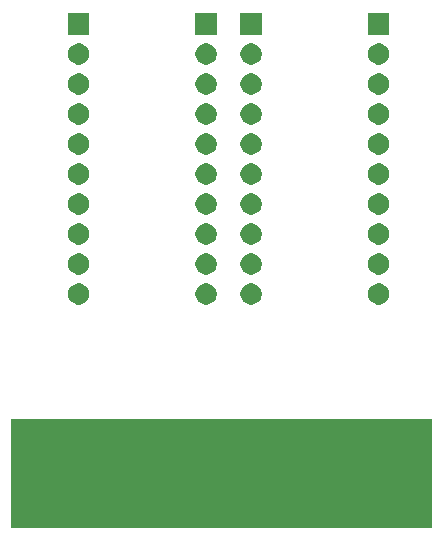
<source format=gbr>
G04 #@! TF.GenerationSoftware,KiCad,Pcbnew,(5.1.5)-3*
G04 #@! TF.CreationDate,2020-01-25T19:38:27+03:00*
G04 #@! TF.ProjectId,Sharp PC-1600 MemCard,53686172-7020-4504-932d-31363030204d,rev?*
G04 #@! TF.SameCoordinates,Original*
G04 #@! TF.FileFunction,Soldermask,Bot*
G04 #@! TF.FilePolarity,Negative*
%FSLAX46Y46*%
G04 Gerber Fmt 4.6, Leading zero omitted, Abs format (unit mm)*
G04 Created by KiCad (PCBNEW (5.1.5)-3) date 2020-01-25 19:38:27*
%MOMM*%
%LPD*%
G04 APERTURE LIST*
%ADD10C,0.100000*%
G04 APERTURE END LIST*
D10*
G36*
X165100000Y-109220000D02*
G01*
X129540000Y-109220000D01*
X129540000Y-100076000D01*
X165100000Y-100076000D01*
X165100000Y-109220000D01*
G37*
X165100000Y-109220000D02*
X129540000Y-109220000D01*
X129540000Y-100076000D01*
X165100000Y-100076000D01*
X165100000Y-109220000D01*
G36*
X160768512Y-88638927D02*
G01*
X160917812Y-88668624D01*
X161081784Y-88736544D01*
X161229354Y-88835147D01*
X161354853Y-88960646D01*
X161453456Y-89108216D01*
X161521376Y-89272188D01*
X161556000Y-89446259D01*
X161556000Y-89623741D01*
X161521376Y-89797812D01*
X161453456Y-89961784D01*
X161354853Y-90109354D01*
X161229354Y-90234853D01*
X161081784Y-90333456D01*
X160917812Y-90401376D01*
X160768512Y-90431073D01*
X160743742Y-90436000D01*
X160566258Y-90436000D01*
X160541488Y-90431073D01*
X160392188Y-90401376D01*
X160228216Y-90333456D01*
X160080646Y-90234853D01*
X159955147Y-90109354D01*
X159856544Y-89961784D01*
X159788624Y-89797812D01*
X159754000Y-89623741D01*
X159754000Y-89446259D01*
X159788624Y-89272188D01*
X159856544Y-89108216D01*
X159955147Y-88960646D01*
X160080646Y-88835147D01*
X160228216Y-88736544D01*
X160392188Y-88668624D01*
X160541488Y-88638927D01*
X160566258Y-88634000D01*
X160743742Y-88634000D01*
X160768512Y-88638927D01*
G37*
G36*
X135368512Y-88638927D02*
G01*
X135517812Y-88668624D01*
X135681784Y-88736544D01*
X135829354Y-88835147D01*
X135954853Y-88960646D01*
X136053456Y-89108216D01*
X136121376Y-89272188D01*
X136156000Y-89446259D01*
X136156000Y-89623741D01*
X136121376Y-89797812D01*
X136053456Y-89961784D01*
X135954853Y-90109354D01*
X135829354Y-90234853D01*
X135681784Y-90333456D01*
X135517812Y-90401376D01*
X135368512Y-90431073D01*
X135343742Y-90436000D01*
X135166258Y-90436000D01*
X135141488Y-90431073D01*
X134992188Y-90401376D01*
X134828216Y-90333456D01*
X134680646Y-90234853D01*
X134555147Y-90109354D01*
X134456544Y-89961784D01*
X134388624Y-89797812D01*
X134354000Y-89623741D01*
X134354000Y-89446259D01*
X134388624Y-89272188D01*
X134456544Y-89108216D01*
X134555147Y-88960646D01*
X134680646Y-88835147D01*
X134828216Y-88736544D01*
X134992188Y-88668624D01*
X135141488Y-88638927D01*
X135166258Y-88634000D01*
X135343742Y-88634000D01*
X135368512Y-88638927D01*
G37*
G36*
X146163512Y-88638927D02*
G01*
X146312812Y-88668624D01*
X146476784Y-88736544D01*
X146624354Y-88835147D01*
X146749853Y-88960646D01*
X146848456Y-89108216D01*
X146916376Y-89272188D01*
X146951000Y-89446259D01*
X146951000Y-89623741D01*
X146916376Y-89797812D01*
X146848456Y-89961784D01*
X146749853Y-90109354D01*
X146624354Y-90234853D01*
X146476784Y-90333456D01*
X146312812Y-90401376D01*
X146163512Y-90431073D01*
X146138742Y-90436000D01*
X145961258Y-90436000D01*
X145936488Y-90431073D01*
X145787188Y-90401376D01*
X145623216Y-90333456D01*
X145475646Y-90234853D01*
X145350147Y-90109354D01*
X145251544Y-89961784D01*
X145183624Y-89797812D01*
X145149000Y-89623741D01*
X145149000Y-89446259D01*
X145183624Y-89272188D01*
X145251544Y-89108216D01*
X145350147Y-88960646D01*
X145475646Y-88835147D01*
X145623216Y-88736544D01*
X145787188Y-88668624D01*
X145936488Y-88638927D01*
X145961258Y-88634000D01*
X146138742Y-88634000D01*
X146163512Y-88638927D01*
G37*
G36*
X149973512Y-88638927D02*
G01*
X150122812Y-88668624D01*
X150286784Y-88736544D01*
X150434354Y-88835147D01*
X150559853Y-88960646D01*
X150658456Y-89108216D01*
X150726376Y-89272188D01*
X150761000Y-89446259D01*
X150761000Y-89623741D01*
X150726376Y-89797812D01*
X150658456Y-89961784D01*
X150559853Y-90109354D01*
X150434354Y-90234853D01*
X150286784Y-90333456D01*
X150122812Y-90401376D01*
X149973512Y-90431073D01*
X149948742Y-90436000D01*
X149771258Y-90436000D01*
X149746488Y-90431073D01*
X149597188Y-90401376D01*
X149433216Y-90333456D01*
X149285646Y-90234853D01*
X149160147Y-90109354D01*
X149061544Y-89961784D01*
X148993624Y-89797812D01*
X148959000Y-89623741D01*
X148959000Y-89446259D01*
X148993624Y-89272188D01*
X149061544Y-89108216D01*
X149160147Y-88960646D01*
X149285646Y-88835147D01*
X149433216Y-88736544D01*
X149597188Y-88668624D01*
X149746488Y-88638927D01*
X149771258Y-88634000D01*
X149948742Y-88634000D01*
X149973512Y-88638927D01*
G37*
G36*
X146163512Y-86098927D02*
G01*
X146312812Y-86128624D01*
X146476784Y-86196544D01*
X146624354Y-86295147D01*
X146749853Y-86420646D01*
X146848456Y-86568216D01*
X146916376Y-86732188D01*
X146951000Y-86906259D01*
X146951000Y-87083741D01*
X146916376Y-87257812D01*
X146848456Y-87421784D01*
X146749853Y-87569354D01*
X146624354Y-87694853D01*
X146476784Y-87793456D01*
X146312812Y-87861376D01*
X146163512Y-87891073D01*
X146138742Y-87896000D01*
X145961258Y-87896000D01*
X145936488Y-87891073D01*
X145787188Y-87861376D01*
X145623216Y-87793456D01*
X145475646Y-87694853D01*
X145350147Y-87569354D01*
X145251544Y-87421784D01*
X145183624Y-87257812D01*
X145149000Y-87083741D01*
X145149000Y-86906259D01*
X145183624Y-86732188D01*
X145251544Y-86568216D01*
X145350147Y-86420646D01*
X145475646Y-86295147D01*
X145623216Y-86196544D01*
X145787188Y-86128624D01*
X145936488Y-86098927D01*
X145961258Y-86094000D01*
X146138742Y-86094000D01*
X146163512Y-86098927D01*
G37*
G36*
X160768512Y-86098927D02*
G01*
X160917812Y-86128624D01*
X161081784Y-86196544D01*
X161229354Y-86295147D01*
X161354853Y-86420646D01*
X161453456Y-86568216D01*
X161521376Y-86732188D01*
X161556000Y-86906259D01*
X161556000Y-87083741D01*
X161521376Y-87257812D01*
X161453456Y-87421784D01*
X161354853Y-87569354D01*
X161229354Y-87694853D01*
X161081784Y-87793456D01*
X160917812Y-87861376D01*
X160768512Y-87891073D01*
X160743742Y-87896000D01*
X160566258Y-87896000D01*
X160541488Y-87891073D01*
X160392188Y-87861376D01*
X160228216Y-87793456D01*
X160080646Y-87694853D01*
X159955147Y-87569354D01*
X159856544Y-87421784D01*
X159788624Y-87257812D01*
X159754000Y-87083741D01*
X159754000Y-86906259D01*
X159788624Y-86732188D01*
X159856544Y-86568216D01*
X159955147Y-86420646D01*
X160080646Y-86295147D01*
X160228216Y-86196544D01*
X160392188Y-86128624D01*
X160541488Y-86098927D01*
X160566258Y-86094000D01*
X160743742Y-86094000D01*
X160768512Y-86098927D01*
G37*
G36*
X135368512Y-86098927D02*
G01*
X135517812Y-86128624D01*
X135681784Y-86196544D01*
X135829354Y-86295147D01*
X135954853Y-86420646D01*
X136053456Y-86568216D01*
X136121376Y-86732188D01*
X136156000Y-86906259D01*
X136156000Y-87083741D01*
X136121376Y-87257812D01*
X136053456Y-87421784D01*
X135954853Y-87569354D01*
X135829354Y-87694853D01*
X135681784Y-87793456D01*
X135517812Y-87861376D01*
X135368512Y-87891073D01*
X135343742Y-87896000D01*
X135166258Y-87896000D01*
X135141488Y-87891073D01*
X134992188Y-87861376D01*
X134828216Y-87793456D01*
X134680646Y-87694853D01*
X134555147Y-87569354D01*
X134456544Y-87421784D01*
X134388624Y-87257812D01*
X134354000Y-87083741D01*
X134354000Y-86906259D01*
X134388624Y-86732188D01*
X134456544Y-86568216D01*
X134555147Y-86420646D01*
X134680646Y-86295147D01*
X134828216Y-86196544D01*
X134992188Y-86128624D01*
X135141488Y-86098927D01*
X135166258Y-86094000D01*
X135343742Y-86094000D01*
X135368512Y-86098927D01*
G37*
G36*
X149973512Y-86098927D02*
G01*
X150122812Y-86128624D01*
X150286784Y-86196544D01*
X150434354Y-86295147D01*
X150559853Y-86420646D01*
X150658456Y-86568216D01*
X150726376Y-86732188D01*
X150761000Y-86906259D01*
X150761000Y-87083741D01*
X150726376Y-87257812D01*
X150658456Y-87421784D01*
X150559853Y-87569354D01*
X150434354Y-87694853D01*
X150286784Y-87793456D01*
X150122812Y-87861376D01*
X149973512Y-87891073D01*
X149948742Y-87896000D01*
X149771258Y-87896000D01*
X149746488Y-87891073D01*
X149597188Y-87861376D01*
X149433216Y-87793456D01*
X149285646Y-87694853D01*
X149160147Y-87569354D01*
X149061544Y-87421784D01*
X148993624Y-87257812D01*
X148959000Y-87083741D01*
X148959000Y-86906259D01*
X148993624Y-86732188D01*
X149061544Y-86568216D01*
X149160147Y-86420646D01*
X149285646Y-86295147D01*
X149433216Y-86196544D01*
X149597188Y-86128624D01*
X149746488Y-86098927D01*
X149771258Y-86094000D01*
X149948742Y-86094000D01*
X149973512Y-86098927D01*
G37*
G36*
X146163512Y-83558927D02*
G01*
X146312812Y-83588624D01*
X146476784Y-83656544D01*
X146624354Y-83755147D01*
X146749853Y-83880646D01*
X146848456Y-84028216D01*
X146916376Y-84192188D01*
X146951000Y-84366259D01*
X146951000Y-84543741D01*
X146916376Y-84717812D01*
X146848456Y-84881784D01*
X146749853Y-85029354D01*
X146624354Y-85154853D01*
X146476784Y-85253456D01*
X146312812Y-85321376D01*
X146163512Y-85351073D01*
X146138742Y-85356000D01*
X145961258Y-85356000D01*
X145936488Y-85351073D01*
X145787188Y-85321376D01*
X145623216Y-85253456D01*
X145475646Y-85154853D01*
X145350147Y-85029354D01*
X145251544Y-84881784D01*
X145183624Y-84717812D01*
X145149000Y-84543741D01*
X145149000Y-84366259D01*
X145183624Y-84192188D01*
X145251544Y-84028216D01*
X145350147Y-83880646D01*
X145475646Y-83755147D01*
X145623216Y-83656544D01*
X145787188Y-83588624D01*
X145936488Y-83558927D01*
X145961258Y-83554000D01*
X146138742Y-83554000D01*
X146163512Y-83558927D01*
G37*
G36*
X135368512Y-83558927D02*
G01*
X135517812Y-83588624D01*
X135681784Y-83656544D01*
X135829354Y-83755147D01*
X135954853Y-83880646D01*
X136053456Y-84028216D01*
X136121376Y-84192188D01*
X136156000Y-84366259D01*
X136156000Y-84543741D01*
X136121376Y-84717812D01*
X136053456Y-84881784D01*
X135954853Y-85029354D01*
X135829354Y-85154853D01*
X135681784Y-85253456D01*
X135517812Y-85321376D01*
X135368512Y-85351073D01*
X135343742Y-85356000D01*
X135166258Y-85356000D01*
X135141488Y-85351073D01*
X134992188Y-85321376D01*
X134828216Y-85253456D01*
X134680646Y-85154853D01*
X134555147Y-85029354D01*
X134456544Y-84881784D01*
X134388624Y-84717812D01*
X134354000Y-84543741D01*
X134354000Y-84366259D01*
X134388624Y-84192188D01*
X134456544Y-84028216D01*
X134555147Y-83880646D01*
X134680646Y-83755147D01*
X134828216Y-83656544D01*
X134992188Y-83588624D01*
X135141488Y-83558927D01*
X135166258Y-83554000D01*
X135343742Y-83554000D01*
X135368512Y-83558927D01*
G37*
G36*
X160768512Y-83558927D02*
G01*
X160917812Y-83588624D01*
X161081784Y-83656544D01*
X161229354Y-83755147D01*
X161354853Y-83880646D01*
X161453456Y-84028216D01*
X161521376Y-84192188D01*
X161556000Y-84366259D01*
X161556000Y-84543741D01*
X161521376Y-84717812D01*
X161453456Y-84881784D01*
X161354853Y-85029354D01*
X161229354Y-85154853D01*
X161081784Y-85253456D01*
X160917812Y-85321376D01*
X160768512Y-85351073D01*
X160743742Y-85356000D01*
X160566258Y-85356000D01*
X160541488Y-85351073D01*
X160392188Y-85321376D01*
X160228216Y-85253456D01*
X160080646Y-85154853D01*
X159955147Y-85029354D01*
X159856544Y-84881784D01*
X159788624Y-84717812D01*
X159754000Y-84543741D01*
X159754000Y-84366259D01*
X159788624Y-84192188D01*
X159856544Y-84028216D01*
X159955147Y-83880646D01*
X160080646Y-83755147D01*
X160228216Y-83656544D01*
X160392188Y-83588624D01*
X160541488Y-83558927D01*
X160566258Y-83554000D01*
X160743742Y-83554000D01*
X160768512Y-83558927D01*
G37*
G36*
X149973512Y-83558927D02*
G01*
X150122812Y-83588624D01*
X150286784Y-83656544D01*
X150434354Y-83755147D01*
X150559853Y-83880646D01*
X150658456Y-84028216D01*
X150726376Y-84192188D01*
X150761000Y-84366259D01*
X150761000Y-84543741D01*
X150726376Y-84717812D01*
X150658456Y-84881784D01*
X150559853Y-85029354D01*
X150434354Y-85154853D01*
X150286784Y-85253456D01*
X150122812Y-85321376D01*
X149973512Y-85351073D01*
X149948742Y-85356000D01*
X149771258Y-85356000D01*
X149746488Y-85351073D01*
X149597188Y-85321376D01*
X149433216Y-85253456D01*
X149285646Y-85154853D01*
X149160147Y-85029354D01*
X149061544Y-84881784D01*
X148993624Y-84717812D01*
X148959000Y-84543741D01*
X148959000Y-84366259D01*
X148993624Y-84192188D01*
X149061544Y-84028216D01*
X149160147Y-83880646D01*
X149285646Y-83755147D01*
X149433216Y-83656544D01*
X149597188Y-83588624D01*
X149746488Y-83558927D01*
X149771258Y-83554000D01*
X149948742Y-83554000D01*
X149973512Y-83558927D01*
G37*
G36*
X135368512Y-81018927D02*
G01*
X135517812Y-81048624D01*
X135681784Y-81116544D01*
X135829354Y-81215147D01*
X135954853Y-81340646D01*
X136053456Y-81488216D01*
X136121376Y-81652188D01*
X136156000Y-81826259D01*
X136156000Y-82003741D01*
X136121376Y-82177812D01*
X136053456Y-82341784D01*
X135954853Y-82489354D01*
X135829354Y-82614853D01*
X135681784Y-82713456D01*
X135517812Y-82781376D01*
X135368512Y-82811073D01*
X135343742Y-82816000D01*
X135166258Y-82816000D01*
X135141488Y-82811073D01*
X134992188Y-82781376D01*
X134828216Y-82713456D01*
X134680646Y-82614853D01*
X134555147Y-82489354D01*
X134456544Y-82341784D01*
X134388624Y-82177812D01*
X134354000Y-82003741D01*
X134354000Y-81826259D01*
X134388624Y-81652188D01*
X134456544Y-81488216D01*
X134555147Y-81340646D01*
X134680646Y-81215147D01*
X134828216Y-81116544D01*
X134992188Y-81048624D01*
X135141488Y-81018927D01*
X135166258Y-81014000D01*
X135343742Y-81014000D01*
X135368512Y-81018927D01*
G37*
G36*
X160768512Y-81018927D02*
G01*
X160917812Y-81048624D01*
X161081784Y-81116544D01*
X161229354Y-81215147D01*
X161354853Y-81340646D01*
X161453456Y-81488216D01*
X161521376Y-81652188D01*
X161556000Y-81826259D01*
X161556000Y-82003741D01*
X161521376Y-82177812D01*
X161453456Y-82341784D01*
X161354853Y-82489354D01*
X161229354Y-82614853D01*
X161081784Y-82713456D01*
X160917812Y-82781376D01*
X160768512Y-82811073D01*
X160743742Y-82816000D01*
X160566258Y-82816000D01*
X160541488Y-82811073D01*
X160392188Y-82781376D01*
X160228216Y-82713456D01*
X160080646Y-82614853D01*
X159955147Y-82489354D01*
X159856544Y-82341784D01*
X159788624Y-82177812D01*
X159754000Y-82003741D01*
X159754000Y-81826259D01*
X159788624Y-81652188D01*
X159856544Y-81488216D01*
X159955147Y-81340646D01*
X160080646Y-81215147D01*
X160228216Y-81116544D01*
X160392188Y-81048624D01*
X160541488Y-81018927D01*
X160566258Y-81014000D01*
X160743742Y-81014000D01*
X160768512Y-81018927D01*
G37*
G36*
X149973512Y-81018927D02*
G01*
X150122812Y-81048624D01*
X150286784Y-81116544D01*
X150434354Y-81215147D01*
X150559853Y-81340646D01*
X150658456Y-81488216D01*
X150726376Y-81652188D01*
X150761000Y-81826259D01*
X150761000Y-82003741D01*
X150726376Y-82177812D01*
X150658456Y-82341784D01*
X150559853Y-82489354D01*
X150434354Y-82614853D01*
X150286784Y-82713456D01*
X150122812Y-82781376D01*
X149973512Y-82811073D01*
X149948742Y-82816000D01*
X149771258Y-82816000D01*
X149746488Y-82811073D01*
X149597188Y-82781376D01*
X149433216Y-82713456D01*
X149285646Y-82614853D01*
X149160147Y-82489354D01*
X149061544Y-82341784D01*
X148993624Y-82177812D01*
X148959000Y-82003741D01*
X148959000Y-81826259D01*
X148993624Y-81652188D01*
X149061544Y-81488216D01*
X149160147Y-81340646D01*
X149285646Y-81215147D01*
X149433216Y-81116544D01*
X149597188Y-81048624D01*
X149746488Y-81018927D01*
X149771258Y-81014000D01*
X149948742Y-81014000D01*
X149973512Y-81018927D01*
G37*
G36*
X146163512Y-81018927D02*
G01*
X146312812Y-81048624D01*
X146476784Y-81116544D01*
X146624354Y-81215147D01*
X146749853Y-81340646D01*
X146848456Y-81488216D01*
X146916376Y-81652188D01*
X146951000Y-81826259D01*
X146951000Y-82003741D01*
X146916376Y-82177812D01*
X146848456Y-82341784D01*
X146749853Y-82489354D01*
X146624354Y-82614853D01*
X146476784Y-82713456D01*
X146312812Y-82781376D01*
X146163512Y-82811073D01*
X146138742Y-82816000D01*
X145961258Y-82816000D01*
X145936488Y-82811073D01*
X145787188Y-82781376D01*
X145623216Y-82713456D01*
X145475646Y-82614853D01*
X145350147Y-82489354D01*
X145251544Y-82341784D01*
X145183624Y-82177812D01*
X145149000Y-82003741D01*
X145149000Y-81826259D01*
X145183624Y-81652188D01*
X145251544Y-81488216D01*
X145350147Y-81340646D01*
X145475646Y-81215147D01*
X145623216Y-81116544D01*
X145787188Y-81048624D01*
X145936488Y-81018927D01*
X145961258Y-81014000D01*
X146138742Y-81014000D01*
X146163512Y-81018927D01*
G37*
G36*
X146163512Y-78478927D02*
G01*
X146312812Y-78508624D01*
X146476784Y-78576544D01*
X146624354Y-78675147D01*
X146749853Y-78800646D01*
X146848456Y-78948216D01*
X146916376Y-79112188D01*
X146951000Y-79286259D01*
X146951000Y-79463741D01*
X146916376Y-79637812D01*
X146848456Y-79801784D01*
X146749853Y-79949354D01*
X146624354Y-80074853D01*
X146476784Y-80173456D01*
X146312812Y-80241376D01*
X146163512Y-80271073D01*
X146138742Y-80276000D01*
X145961258Y-80276000D01*
X145936488Y-80271073D01*
X145787188Y-80241376D01*
X145623216Y-80173456D01*
X145475646Y-80074853D01*
X145350147Y-79949354D01*
X145251544Y-79801784D01*
X145183624Y-79637812D01*
X145149000Y-79463741D01*
X145149000Y-79286259D01*
X145183624Y-79112188D01*
X145251544Y-78948216D01*
X145350147Y-78800646D01*
X145475646Y-78675147D01*
X145623216Y-78576544D01*
X145787188Y-78508624D01*
X145936488Y-78478927D01*
X145961258Y-78474000D01*
X146138742Y-78474000D01*
X146163512Y-78478927D01*
G37*
G36*
X135368512Y-78478927D02*
G01*
X135517812Y-78508624D01*
X135681784Y-78576544D01*
X135829354Y-78675147D01*
X135954853Y-78800646D01*
X136053456Y-78948216D01*
X136121376Y-79112188D01*
X136156000Y-79286259D01*
X136156000Y-79463741D01*
X136121376Y-79637812D01*
X136053456Y-79801784D01*
X135954853Y-79949354D01*
X135829354Y-80074853D01*
X135681784Y-80173456D01*
X135517812Y-80241376D01*
X135368512Y-80271073D01*
X135343742Y-80276000D01*
X135166258Y-80276000D01*
X135141488Y-80271073D01*
X134992188Y-80241376D01*
X134828216Y-80173456D01*
X134680646Y-80074853D01*
X134555147Y-79949354D01*
X134456544Y-79801784D01*
X134388624Y-79637812D01*
X134354000Y-79463741D01*
X134354000Y-79286259D01*
X134388624Y-79112188D01*
X134456544Y-78948216D01*
X134555147Y-78800646D01*
X134680646Y-78675147D01*
X134828216Y-78576544D01*
X134992188Y-78508624D01*
X135141488Y-78478927D01*
X135166258Y-78474000D01*
X135343742Y-78474000D01*
X135368512Y-78478927D01*
G37*
G36*
X160768512Y-78478927D02*
G01*
X160917812Y-78508624D01*
X161081784Y-78576544D01*
X161229354Y-78675147D01*
X161354853Y-78800646D01*
X161453456Y-78948216D01*
X161521376Y-79112188D01*
X161556000Y-79286259D01*
X161556000Y-79463741D01*
X161521376Y-79637812D01*
X161453456Y-79801784D01*
X161354853Y-79949354D01*
X161229354Y-80074853D01*
X161081784Y-80173456D01*
X160917812Y-80241376D01*
X160768512Y-80271073D01*
X160743742Y-80276000D01*
X160566258Y-80276000D01*
X160541488Y-80271073D01*
X160392188Y-80241376D01*
X160228216Y-80173456D01*
X160080646Y-80074853D01*
X159955147Y-79949354D01*
X159856544Y-79801784D01*
X159788624Y-79637812D01*
X159754000Y-79463741D01*
X159754000Y-79286259D01*
X159788624Y-79112188D01*
X159856544Y-78948216D01*
X159955147Y-78800646D01*
X160080646Y-78675147D01*
X160228216Y-78576544D01*
X160392188Y-78508624D01*
X160541488Y-78478927D01*
X160566258Y-78474000D01*
X160743742Y-78474000D01*
X160768512Y-78478927D01*
G37*
G36*
X149973512Y-78478927D02*
G01*
X150122812Y-78508624D01*
X150286784Y-78576544D01*
X150434354Y-78675147D01*
X150559853Y-78800646D01*
X150658456Y-78948216D01*
X150726376Y-79112188D01*
X150761000Y-79286259D01*
X150761000Y-79463741D01*
X150726376Y-79637812D01*
X150658456Y-79801784D01*
X150559853Y-79949354D01*
X150434354Y-80074853D01*
X150286784Y-80173456D01*
X150122812Y-80241376D01*
X149973512Y-80271073D01*
X149948742Y-80276000D01*
X149771258Y-80276000D01*
X149746488Y-80271073D01*
X149597188Y-80241376D01*
X149433216Y-80173456D01*
X149285646Y-80074853D01*
X149160147Y-79949354D01*
X149061544Y-79801784D01*
X148993624Y-79637812D01*
X148959000Y-79463741D01*
X148959000Y-79286259D01*
X148993624Y-79112188D01*
X149061544Y-78948216D01*
X149160147Y-78800646D01*
X149285646Y-78675147D01*
X149433216Y-78576544D01*
X149597188Y-78508624D01*
X149746488Y-78478927D01*
X149771258Y-78474000D01*
X149948742Y-78474000D01*
X149973512Y-78478927D01*
G37*
G36*
X146163512Y-75938927D02*
G01*
X146312812Y-75968624D01*
X146476784Y-76036544D01*
X146624354Y-76135147D01*
X146749853Y-76260646D01*
X146848456Y-76408216D01*
X146916376Y-76572188D01*
X146951000Y-76746259D01*
X146951000Y-76923741D01*
X146916376Y-77097812D01*
X146848456Y-77261784D01*
X146749853Y-77409354D01*
X146624354Y-77534853D01*
X146476784Y-77633456D01*
X146312812Y-77701376D01*
X146163512Y-77731073D01*
X146138742Y-77736000D01*
X145961258Y-77736000D01*
X145936488Y-77731073D01*
X145787188Y-77701376D01*
X145623216Y-77633456D01*
X145475646Y-77534853D01*
X145350147Y-77409354D01*
X145251544Y-77261784D01*
X145183624Y-77097812D01*
X145149000Y-76923741D01*
X145149000Y-76746259D01*
X145183624Y-76572188D01*
X145251544Y-76408216D01*
X145350147Y-76260646D01*
X145475646Y-76135147D01*
X145623216Y-76036544D01*
X145787188Y-75968624D01*
X145936488Y-75938927D01*
X145961258Y-75934000D01*
X146138742Y-75934000D01*
X146163512Y-75938927D01*
G37*
G36*
X160768512Y-75938927D02*
G01*
X160917812Y-75968624D01*
X161081784Y-76036544D01*
X161229354Y-76135147D01*
X161354853Y-76260646D01*
X161453456Y-76408216D01*
X161521376Y-76572188D01*
X161556000Y-76746259D01*
X161556000Y-76923741D01*
X161521376Y-77097812D01*
X161453456Y-77261784D01*
X161354853Y-77409354D01*
X161229354Y-77534853D01*
X161081784Y-77633456D01*
X160917812Y-77701376D01*
X160768512Y-77731073D01*
X160743742Y-77736000D01*
X160566258Y-77736000D01*
X160541488Y-77731073D01*
X160392188Y-77701376D01*
X160228216Y-77633456D01*
X160080646Y-77534853D01*
X159955147Y-77409354D01*
X159856544Y-77261784D01*
X159788624Y-77097812D01*
X159754000Y-76923741D01*
X159754000Y-76746259D01*
X159788624Y-76572188D01*
X159856544Y-76408216D01*
X159955147Y-76260646D01*
X160080646Y-76135147D01*
X160228216Y-76036544D01*
X160392188Y-75968624D01*
X160541488Y-75938927D01*
X160566258Y-75934000D01*
X160743742Y-75934000D01*
X160768512Y-75938927D01*
G37*
G36*
X149973512Y-75938927D02*
G01*
X150122812Y-75968624D01*
X150286784Y-76036544D01*
X150434354Y-76135147D01*
X150559853Y-76260646D01*
X150658456Y-76408216D01*
X150726376Y-76572188D01*
X150761000Y-76746259D01*
X150761000Y-76923741D01*
X150726376Y-77097812D01*
X150658456Y-77261784D01*
X150559853Y-77409354D01*
X150434354Y-77534853D01*
X150286784Y-77633456D01*
X150122812Y-77701376D01*
X149973512Y-77731073D01*
X149948742Y-77736000D01*
X149771258Y-77736000D01*
X149746488Y-77731073D01*
X149597188Y-77701376D01*
X149433216Y-77633456D01*
X149285646Y-77534853D01*
X149160147Y-77409354D01*
X149061544Y-77261784D01*
X148993624Y-77097812D01*
X148959000Y-76923741D01*
X148959000Y-76746259D01*
X148993624Y-76572188D01*
X149061544Y-76408216D01*
X149160147Y-76260646D01*
X149285646Y-76135147D01*
X149433216Y-76036544D01*
X149597188Y-75968624D01*
X149746488Y-75938927D01*
X149771258Y-75934000D01*
X149948742Y-75934000D01*
X149973512Y-75938927D01*
G37*
G36*
X135368512Y-75938927D02*
G01*
X135517812Y-75968624D01*
X135681784Y-76036544D01*
X135829354Y-76135147D01*
X135954853Y-76260646D01*
X136053456Y-76408216D01*
X136121376Y-76572188D01*
X136156000Y-76746259D01*
X136156000Y-76923741D01*
X136121376Y-77097812D01*
X136053456Y-77261784D01*
X135954853Y-77409354D01*
X135829354Y-77534853D01*
X135681784Y-77633456D01*
X135517812Y-77701376D01*
X135368512Y-77731073D01*
X135343742Y-77736000D01*
X135166258Y-77736000D01*
X135141488Y-77731073D01*
X134992188Y-77701376D01*
X134828216Y-77633456D01*
X134680646Y-77534853D01*
X134555147Y-77409354D01*
X134456544Y-77261784D01*
X134388624Y-77097812D01*
X134354000Y-76923741D01*
X134354000Y-76746259D01*
X134388624Y-76572188D01*
X134456544Y-76408216D01*
X134555147Y-76260646D01*
X134680646Y-76135147D01*
X134828216Y-76036544D01*
X134992188Y-75968624D01*
X135141488Y-75938927D01*
X135166258Y-75934000D01*
X135343742Y-75934000D01*
X135368512Y-75938927D01*
G37*
G36*
X149973512Y-73398927D02*
G01*
X150122812Y-73428624D01*
X150286784Y-73496544D01*
X150434354Y-73595147D01*
X150559853Y-73720646D01*
X150658456Y-73868216D01*
X150726376Y-74032188D01*
X150761000Y-74206259D01*
X150761000Y-74383741D01*
X150726376Y-74557812D01*
X150658456Y-74721784D01*
X150559853Y-74869354D01*
X150434354Y-74994853D01*
X150286784Y-75093456D01*
X150122812Y-75161376D01*
X149973512Y-75191073D01*
X149948742Y-75196000D01*
X149771258Y-75196000D01*
X149746488Y-75191073D01*
X149597188Y-75161376D01*
X149433216Y-75093456D01*
X149285646Y-74994853D01*
X149160147Y-74869354D01*
X149061544Y-74721784D01*
X148993624Y-74557812D01*
X148959000Y-74383741D01*
X148959000Y-74206259D01*
X148993624Y-74032188D01*
X149061544Y-73868216D01*
X149160147Y-73720646D01*
X149285646Y-73595147D01*
X149433216Y-73496544D01*
X149597188Y-73428624D01*
X149746488Y-73398927D01*
X149771258Y-73394000D01*
X149948742Y-73394000D01*
X149973512Y-73398927D01*
G37*
G36*
X146163512Y-73398927D02*
G01*
X146312812Y-73428624D01*
X146476784Y-73496544D01*
X146624354Y-73595147D01*
X146749853Y-73720646D01*
X146848456Y-73868216D01*
X146916376Y-74032188D01*
X146951000Y-74206259D01*
X146951000Y-74383741D01*
X146916376Y-74557812D01*
X146848456Y-74721784D01*
X146749853Y-74869354D01*
X146624354Y-74994853D01*
X146476784Y-75093456D01*
X146312812Y-75161376D01*
X146163512Y-75191073D01*
X146138742Y-75196000D01*
X145961258Y-75196000D01*
X145936488Y-75191073D01*
X145787188Y-75161376D01*
X145623216Y-75093456D01*
X145475646Y-74994853D01*
X145350147Y-74869354D01*
X145251544Y-74721784D01*
X145183624Y-74557812D01*
X145149000Y-74383741D01*
X145149000Y-74206259D01*
X145183624Y-74032188D01*
X145251544Y-73868216D01*
X145350147Y-73720646D01*
X145475646Y-73595147D01*
X145623216Y-73496544D01*
X145787188Y-73428624D01*
X145936488Y-73398927D01*
X145961258Y-73394000D01*
X146138742Y-73394000D01*
X146163512Y-73398927D01*
G37*
G36*
X135368512Y-73398927D02*
G01*
X135517812Y-73428624D01*
X135681784Y-73496544D01*
X135829354Y-73595147D01*
X135954853Y-73720646D01*
X136053456Y-73868216D01*
X136121376Y-74032188D01*
X136156000Y-74206259D01*
X136156000Y-74383741D01*
X136121376Y-74557812D01*
X136053456Y-74721784D01*
X135954853Y-74869354D01*
X135829354Y-74994853D01*
X135681784Y-75093456D01*
X135517812Y-75161376D01*
X135368512Y-75191073D01*
X135343742Y-75196000D01*
X135166258Y-75196000D01*
X135141488Y-75191073D01*
X134992188Y-75161376D01*
X134828216Y-75093456D01*
X134680646Y-74994853D01*
X134555147Y-74869354D01*
X134456544Y-74721784D01*
X134388624Y-74557812D01*
X134354000Y-74383741D01*
X134354000Y-74206259D01*
X134388624Y-74032188D01*
X134456544Y-73868216D01*
X134555147Y-73720646D01*
X134680646Y-73595147D01*
X134828216Y-73496544D01*
X134992188Y-73428624D01*
X135141488Y-73398927D01*
X135166258Y-73394000D01*
X135343742Y-73394000D01*
X135368512Y-73398927D01*
G37*
G36*
X160768512Y-73398927D02*
G01*
X160917812Y-73428624D01*
X161081784Y-73496544D01*
X161229354Y-73595147D01*
X161354853Y-73720646D01*
X161453456Y-73868216D01*
X161521376Y-74032188D01*
X161556000Y-74206259D01*
X161556000Y-74383741D01*
X161521376Y-74557812D01*
X161453456Y-74721784D01*
X161354853Y-74869354D01*
X161229354Y-74994853D01*
X161081784Y-75093456D01*
X160917812Y-75161376D01*
X160768512Y-75191073D01*
X160743742Y-75196000D01*
X160566258Y-75196000D01*
X160541488Y-75191073D01*
X160392188Y-75161376D01*
X160228216Y-75093456D01*
X160080646Y-74994853D01*
X159955147Y-74869354D01*
X159856544Y-74721784D01*
X159788624Y-74557812D01*
X159754000Y-74383741D01*
X159754000Y-74206259D01*
X159788624Y-74032188D01*
X159856544Y-73868216D01*
X159955147Y-73720646D01*
X160080646Y-73595147D01*
X160228216Y-73496544D01*
X160392188Y-73428624D01*
X160541488Y-73398927D01*
X160566258Y-73394000D01*
X160743742Y-73394000D01*
X160768512Y-73398927D01*
G37*
G36*
X135368512Y-70858927D02*
G01*
X135517812Y-70888624D01*
X135681784Y-70956544D01*
X135829354Y-71055147D01*
X135954853Y-71180646D01*
X136053456Y-71328216D01*
X136121376Y-71492188D01*
X136156000Y-71666259D01*
X136156000Y-71843741D01*
X136121376Y-72017812D01*
X136053456Y-72181784D01*
X135954853Y-72329354D01*
X135829354Y-72454853D01*
X135681784Y-72553456D01*
X135517812Y-72621376D01*
X135368512Y-72651073D01*
X135343742Y-72656000D01*
X135166258Y-72656000D01*
X135141488Y-72651073D01*
X134992188Y-72621376D01*
X134828216Y-72553456D01*
X134680646Y-72454853D01*
X134555147Y-72329354D01*
X134456544Y-72181784D01*
X134388624Y-72017812D01*
X134354000Y-71843741D01*
X134354000Y-71666259D01*
X134388624Y-71492188D01*
X134456544Y-71328216D01*
X134555147Y-71180646D01*
X134680646Y-71055147D01*
X134828216Y-70956544D01*
X134992188Y-70888624D01*
X135141488Y-70858927D01*
X135166258Y-70854000D01*
X135343742Y-70854000D01*
X135368512Y-70858927D01*
G37*
G36*
X146163512Y-70858927D02*
G01*
X146312812Y-70888624D01*
X146476784Y-70956544D01*
X146624354Y-71055147D01*
X146749853Y-71180646D01*
X146848456Y-71328216D01*
X146916376Y-71492188D01*
X146951000Y-71666259D01*
X146951000Y-71843741D01*
X146916376Y-72017812D01*
X146848456Y-72181784D01*
X146749853Y-72329354D01*
X146624354Y-72454853D01*
X146476784Y-72553456D01*
X146312812Y-72621376D01*
X146163512Y-72651073D01*
X146138742Y-72656000D01*
X145961258Y-72656000D01*
X145936488Y-72651073D01*
X145787188Y-72621376D01*
X145623216Y-72553456D01*
X145475646Y-72454853D01*
X145350147Y-72329354D01*
X145251544Y-72181784D01*
X145183624Y-72017812D01*
X145149000Y-71843741D01*
X145149000Y-71666259D01*
X145183624Y-71492188D01*
X145251544Y-71328216D01*
X145350147Y-71180646D01*
X145475646Y-71055147D01*
X145623216Y-70956544D01*
X145787188Y-70888624D01*
X145936488Y-70858927D01*
X145961258Y-70854000D01*
X146138742Y-70854000D01*
X146163512Y-70858927D01*
G37*
G36*
X160768512Y-70858927D02*
G01*
X160917812Y-70888624D01*
X161081784Y-70956544D01*
X161229354Y-71055147D01*
X161354853Y-71180646D01*
X161453456Y-71328216D01*
X161521376Y-71492188D01*
X161556000Y-71666259D01*
X161556000Y-71843741D01*
X161521376Y-72017812D01*
X161453456Y-72181784D01*
X161354853Y-72329354D01*
X161229354Y-72454853D01*
X161081784Y-72553456D01*
X160917812Y-72621376D01*
X160768512Y-72651073D01*
X160743742Y-72656000D01*
X160566258Y-72656000D01*
X160541488Y-72651073D01*
X160392188Y-72621376D01*
X160228216Y-72553456D01*
X160080646Y-72454853D01*
X159955147Y-72329354D01*
X159856544Y-72181784D01*
X159788624Y-72017812D01*
X159754000Y-71843741D01*
X159754000Y-71666259D01*
X159788624Y-71492188D01*
X159856544Y-71328216D01*
X159955147Y-71180646D01*
X160080646Y-71055147D01*
X160228216Y-70956544D01*
X160392188Y-70888624D01*
X160541488Y-70858927D01*
X160566258Y-70854000D01*
X160743742Y-70854000D01*
X160768512Y-70858927D01*
G37*
G36*
X149973512Y-70858927D02*
G01*
X150122812Y-70888624D01*
X150286784Y-70956544D01*
X150434354Y-71055147D01*
X150559853Y-71180646D01*
X150658456Y-71328216D01*
X150726376Y-71492188D01*
X150761000Y-71666259D01*
X150761000Y-71843741D01*
X150726376Y-72017812D01*
X150658456Y-72181784D01*
X150559853Y-72329354D01*
X150434354Y-72454853D01*
X150286784Y-72553456D01*
X150122812Y-72621376D01*
X149973512Y-72651073D01*
X149948742Y-72656000D01*
X149771258Y-72656000D01*
X149746488Y-72651073D01*
X149597188Y-72621376D01*
X149433216Y-72553456D01*
X149285646Y-72454853D01*
X149160147Y-72329354D01*
X149061544Y-72181784D01*
X148993624Y-72017812D01*
X148959000Y-71843741D01*
X148959000Y-71666259D01*
X148993624Y-71492188D01*
X149061544Y-71328216D01*
X149160147Y-71180646D01*
X149285646Y-71055147D01*
X149433216Y-70956544D01*
X149597188Y-70888624D01*
X149746488Y-70858927D01*
X149771258Y-70854000D01*
X149948742Y-70854000D01*
X149973512Y-70858927D01*
G37*
G36*
X135368512Y-68318927D02*
G01*
X135517812Y-68348624D01*
X135681784Y-68416544D01*
X135829354Y-68515147D01*
X135954853Y-68640646D01*
X136053456Y-68788216D01*
X136121376Y-68952188D01*
X136156000Y-69126259D01*
X136156000Y-69303741D01*
X136121376Y-69477812D01*
X136053456Y-69641784D01*
X135954853Y-69789354D01*
X135829354Y-69914853D01*
X135681784Y-70013456D01*
X135517812Y-70081376D01*
X135368512Y-70111073D01*
X135343742Y-70116000D01*
X135166258Y-70116000D01*
X135141488Y-70111073D01*
X134992188Y-70081376D01*
X134828216Y-70013456D01*
X134680646Y-69914853D01*
X134555147Y-69789354D01*
X134456544Y-69641784D01*
X134388624Y-69477812D01*
X134354000Y-69303741D01*
X134354000Y-69126259D01*
X134388624Y-68952188D01*
X134456544Y-68788216D01*
X134555147Y-68640646D01*
X134680646Y-68515147D01*
X134828216Y-68416544D01*
X134992188Y-68348624D01*
X135141488Y-68318927D01*
X135166258Y-68314000D01*
X135343742Y-68314000D01*
X135368512Y-68318927D01*
G37*
G36*
X160768512Y-68318927D02*
G01*
X160917812Y-68348624D01*
X161081784Y-68416544D01*
X161229354Y-68515147D01*
X161354853Y-68640646D01*
X161453456Y-68788216D01*
X161521376Y-68952188D01*
X161556000Y-69126259D01*
X161556000Y-69303741D01*
X161521376Y-69477812D01*
X161453456Y-69641784D01*
X161354853Y-69789354D01*
X161229354Y-69914853D01*
X161081784Y-70013456D01*
X160917812Y-70081376D01*
X160768512Y-70111073D01*
X160743742Y-70116000D01*
X160566258Y-70116000D01*
X160541488Y-70111073D01*
X160392188Y-70081376D01*
X160228216Y-70013456D01*
X160080646Y-69914853D01*
X159955147Y-69789354D01*
X159856544Y-69641784D01*
X159788624Y-69477812D01*
X159754000Y-69303741D01*
X159754000Y-69126259D01*
X159788624Y-68952188D01*
X159856544Y-68788216D01*
X159955147Y-68640646D01*
X160080646Y-68515147D01*
X160228216Y-68416544D01*
X160392188Y-68348624D01*
X160541488Y-68318927D01*
X160566258Y-68314000D01*
X160743742Y-68314000D01*
X160768512Y-68318927D01*
G37*
G36*
X149973512Y-68318927D02*
G01*
X150122812Y-68348624D01*
X150286784Y-68416544D01*
X150434354Y-68515147D01*
X150559853Y-68640646D01*
X150658456Y-68788216D01*
X150726376Y-68952188D01*
X150761000Y-69126259D01*
X150761000Y-69303741D01*
X150726376Y-69477812D01*
X150658456Y-69641784D01*
X150559853Y-69789354D01*
X150434354Y-69914853D01*
X150286784Y-70013456D01*
X150122812Y-70081376D01*
X149973512Y-70111073D01*
X149948742Y-70116000D01*
X149771258Y-70116000D01*
X149746488Y-70111073D01*
X149597188Y-70081376D01*
X149433216Y-70013456D01*
X149285646Y-69914853D01*
X149160147Y-69789354D01*
X149061544Y-69641784D01*
X148993624Y-69477812D01*
X148959000Y-69303741D01*
X148959000Y-69126259D01*
X148993624Y-68952188D01*
X149061544Y-68788216D01*
X149160147Y-68640646D01*
X149285646Y-68515147D01*
X149433216Y-68416544D01*
X149597188Y-68348624D01*
X149746488Y-68318927D01*
X149771258Y-68314000D01*
X149948742Y-68314000D01*
X149973512Y-68318927D01*
G37*
G36*
X146163512Y-68318927D02*
G01*
X146312812Y-68348624D01*
X146476784Y-68416544D01*
X146624354Y-68515147D01*
X146749853Y-68640646D01*
X146848456Y-68788216D01*
X146916376Y-68952188D01*
X146951000Y-69126259D01*
X146951000Y-69303741D01*
X146916376Y-69477812D01*
X146848456Y-69641784D01*
X146749853Y-69789354D01*
X146624354Y-69914853D01*
X146476784Y-70013456D01*
X146312812Y-70081376D01*
X146163512Y-70111073D01*
X146138742Y-70116000D01*
X145961258Y-70116000D01*
X145936488Y-70111073D01*
X145787188Y-70081376D01*
X145623216Y-70013456D01*
X145475646Y-69914853D01*
X145350147Y-69789354D01*
X145251544Y-69641784D01*
X145183624Y-69477812D01*
X145149000Y-69303741D01*
X145149000Y-69126259D01*
X145183624Y-68952188D01*
X145251544Y-68788216D01*
X145350147Y-68640646D01*
X145475646Y-68515147D01*
X145623216Y-68416544D01*
X145787188Y-68348624D01*
X145936488Y-68318927D01*
X145961258Y-68314000D01*
X146138742Y-68314000D01*
X146163512Y-68318927D01*
G37*
G36*
X161556000Y-67576000D02*
G01*
X159754000Y-67576000D01*
X159754000Y-65774000D01*
X161556000Y-65774000D01*
X161556000Y-67576000D01*
G37*
G36*
X150761000Y-67576000D02*
G01*
X148959000Y-67576000D01*
X148959000Y-65774000D01*
X150761000Y-65774000D01*
X150761000Y-67576000D01*
G37*
G36*
X146951000Y-67576000D02*
G01*
X145149000Y-67576000D01*
X145149000Y-65774000D01*
X146951000Y-65774000D01*
X146951000Y-67576000D01*
G37*
G36*
X136156000Y-67576000D02*
G01*
X134354000Y-67576000D01*
X134354000Y-65774000D01*
X136156000Y-65774000D01*
X136156000Y-67576000D01*
G37*
M02*

</source>
